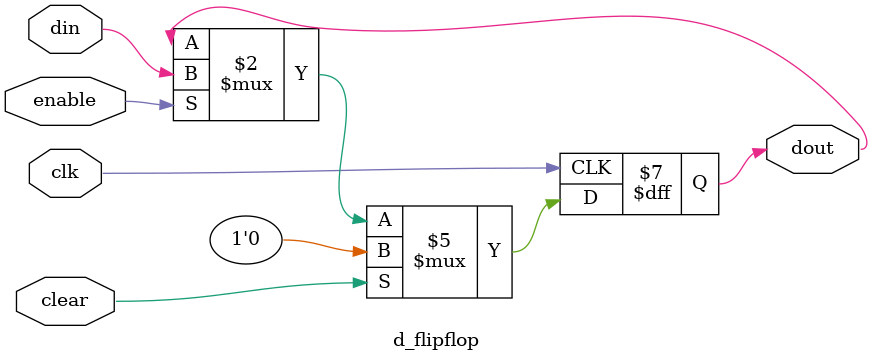
<source format=v>
`timescale 1ns / 1ps


module data_path(input [4:0]dinA,dinQ,input enableD,loadA,clearA,shiftA,loadQ,shiftQ,clearQ,clearF,loadM,addsub,decc,loadcntr,clearcntr,clk,input [3:0]cycle,output eqz,qm1,qn1);
wire [4:0]a,m,z,q;
wire [3:0]counter;
shift_regA A(z,clk,shiftA,loadA,clearA,a[4],a);
shift_regA Q(dinQ,clk,shiftQ,loadQ,clearQ,a[0],q);
pipoM M(dinA,clk,loadM,m);
addsub adder(a,m,addsub,z);
d_flipflop F(clk,clearF,q[0],enableD,qm1);
counter C(cycle,clk,decc,loadcntr,clearcntr,counter);

assign eqz=~|counter;
assign qn1=q[0];
endmodule

module shift_regA(input [4:0]din, input clk, shift, load, clear, s_in, output reg [4:0]dout);
initial dout = 0;
always @(posedge clk)
begin
    if(clear) dout <= 0;
    else if(load) dout <= din;
    else if(shift) dout <= {s_in, dout[4:1]}; // Fixed shift index
end
endmodule

module pipoM(input [4:0]din,input clk,load,output reg [4:0]dout);
initial dout = 0;
always @(posedge clk)
begin
if(load) dout<=din;
end
endmodule

//module comparator(input a,b,output g,l,e);
//assign e=~(a^b);
//assign l=~a&b;
//assign g=a&~b;
//endmodule

module counter(input [3:0]din,input clk,decc, load,clr,output reg [3:0]dout);
always @(posedge clk)
begin
if(clr) dout<=0;
else if(load) dout<=din;
else if(decc) dout<=dout-1;
end
endmodule

module addsub(input [4:0]a,b,input addsub,output [4:0]dout);
assign dout=(addsub)?a+b:a-b;
endmodule

module d_flipflop(input clk,clear,din,enable,output reg dout);
always @(posedge clk)
begin
if(clear) dout<=0;
else if(enable) dout<=din;
end
endmodule



</source>
